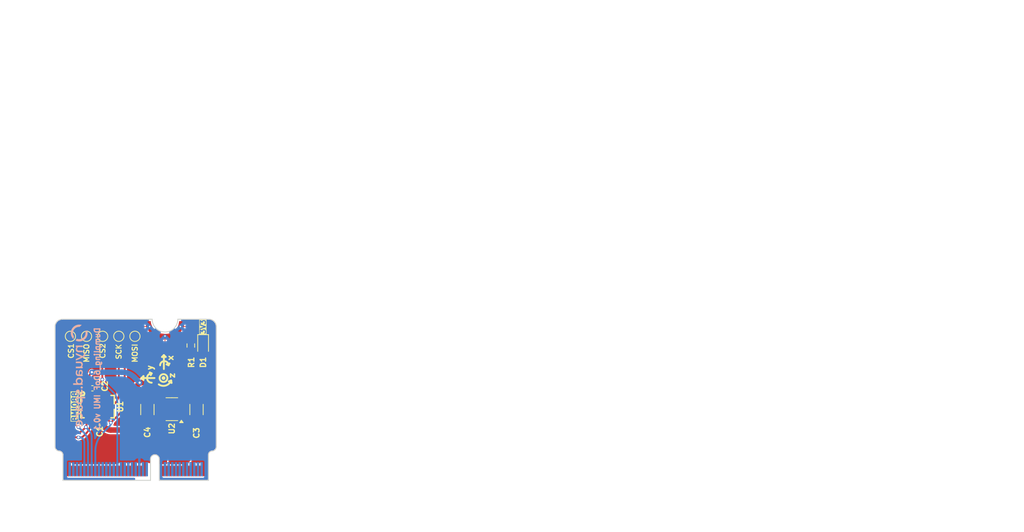
<source format=kicad_pcb>
(kicad_pcb (version 20241229) (generator "pcbnew") (generator_version "9.0")
  (layers (0 "F.Cu" signal "Top") (2 "B.Cu" signal "Bottom") (13 "F.Paste" user) (15 "B.Paste" user) (5 "F.SilkS" user "F.Silkscreen") (7 "B.SilkS" user "B.Silkscreen") (1 "F.Mask" user) (3 "B.Mask" user) (25 "Edge.Cuts" user))
  (net 0 "")
  (net 1 "+3V3")
  (net 2 "GND")
  (net 3 "VIN")
  (net 4 "BMI088_CS_ACCEL")
  (net 5 "BMI088_CS_GYRO")
  (net 6 "Net-(D1-A)")
  (net 8 "/CAN-RX")
  (net 9 "/AUD_BCLK")
  (net 10 "/UART_TX2")
  (net 12 "+5V")
  (net 13 "BMI088_MISO")
  (net 14 "/CAN-TX")
  (net 15 "/PWM1")
  (net 16 "/G0")
  (net 17 "/USB_D+")
  (net 18 "/SWDIO")
  (net 19 "/SPI_CIPO-LED_CLK")
  (net 20 "/G7")
  (net 21 "/USBHOST_D-")
  (net 22 "/I2C_SCL1")
  (net 23 "/A0")
  (net 24 "/AUD_MCLK")
  (net 25 "BMI088_MOSI")
  (net 26 "/3.3V_EN")
  (net 27 "/G9-CAM_HSYNC")
  (net 28 "/UART_RTS1")
  (net 29 "/AUD_IN-CAM_PCLK")
  (net 30 "BMI088_INT3_GYRO")
  (net 31 "/AUD_OUT-CAM_MCLK")
  (net 32 "/UART_RX2")
  (net 33 "/PWM0")
  (net 34 "/SPI_SCK")
  (net 35 "/G11-SWO")
  (net 36 "/G8")
  (net 37 "/SWDCK")
  (net 38 "/AUD_LRCLK")
  (net 40 "/I2C_SDA1")
  (net 41 "/UART_CTS1")
  (net 42 "/USBHOST_D+")
  (net 43 "/V_USB")
  (net 44 "/SDIO_DATA2")
  (net 45 "/BATT_VIN")
  (net 46 "/RTC_3V_BATT")
  (net 47 "/USB_D-")
  (net 48 "/SDIO_DATA3-~{SPI_CS1}")
  (net 49 "/D0")
  (net 50 "BMI088_SCK")
  (net 51 "/SPI_COPI-LED_DAT")
  (net 52 "BMI088_INT1_ACCEL")
  (net 54 "/I2C_~{INT}")
  (net 55 "/G10-CAM_VSYNC")
  (net 56 "BMI088_pwr_cyc")
  (net 57 "/~{SPI_CS}")
  (net 58 "/G6")
  (net 59 "/A1")
  (net 60 "/D1-CAM_TRIG")
  (net 61 "/G5")
  (net 63 "BMI088_INT2_ACCEL")
  (net 64 "BMI088_INT4_GYRO")
  (footprint "SparkFun_MicroMod_ESP32:M.2-CARD-E-22" (layer "F.Cu") (at 148.5011 114.365617)
    (property "Reference" "J1" (hide yes))
    (property "Value" "MICROMOD-2222" (hide yes))
    (fp_line (start 1.9 -21) (end 1 -21) (stroke (width 0.1016)) (layer "F.Cu"))
    (fp_line (start 1.9 -21) (end 1.9 -19.9) (stroke (width 0.1016)) (layer "F.Cu"))
    (fp_line (start 4 -19.7) (end 4 -19) (stroke (width 0.1016)) (layer "F.Cu"))
    (fp_line (start 6.1 -21) (end 6.1 -19.9) (stroke (width 0.1016)) (layer "F.Cu"))
    (fp_line (start 6.1 -21) (end 7 -21) (stroke (width 0.1016)) (layer "F.Cu"))
    (fp_poly (pts (xy 1.25 -21.75) (xy 2.05 -21.75) (xy 2.08842 -21.461827) (xy 2.171447 -21.183213) (xy 2.297037 -20.921017) (xy 2.462097 -20.681696) (xy 2.662563 -20.471142) (xy 2.893499 -20.29454) (xy 3.149218 -20.156239) (xy 3.423424 -20.059644) (xy 4 -20) (xy 4.290635 -20.007133) (xy 4.576576 -20.059644) (xy 4.850782 -20.156239) (xy 5.106501 -20.29454) (xy 5.337437 -20.471142) (xy 5.537903 -20.681696) (xy 5.702963 -20.921017) (xy 5.828553 -21.183213) (xy 5.95 -21.75) (xy 6.75 -21.75) (xy 6.686952 -21.386065) (xy 6.576451 -21.033626) (xy 6.420427 -20.698842) (xy 6.221608 -20.387564) (xy 5.983467 -20.10523) (xy 5.710166 -19.856774) (xy 5.40648 -19.646539) (xy 5.077718 -19.478197) (xy 4.729623 -19.354691) (xy 4.368279 -19.27818) (xy 4 -19.25) (xy 3.630811 -19.275627) (xy 3.268334 -19.35024) (xy 2.919037 -19.472506) (xy 2.589157 -19.640244) (xy 2.284581 -19.85046) (xy 2.010746 -20.099401) (xy 1.77254 -20.382623) (xy 1.574215 -20.695072) (xy 1.419311 -21.031169)) (fill yes) (layer "F.Cu"))
    (pad "1" smd rect (at 9.25 -1.275 180) (size 0.35 1.45) (layers "F.Cu" "F.Mask") (net 2 "GND"))
    (pad "2" smd rect (at 9 -1.525) (size 0.35 1.95) (layers "B.Cu" "B.Mask") (net 1 "+3V3"))
    (pad "3" smd rect (at 8.75 -1.275 180) (size 0.35 1.45) (layers "F.Cu" "F.Mask") (net 17 "/USB_D+"))
    (pad "4" smd rect (at 8.5 -1.525) (size 0.35 1.95) (layers "B.Cu" "B.Mask") (net 26 "/3.3V_EN"))
    (pad "5" smd rect (at 8.25 -1.275 180) (size 0.35 1.45) (layers "F.Cu" "F.Mask") (net 47 "/USB_D-"))
    (pad "6" smd rect (at 8 -1.525) (size 0.35 1.95) (layers "B.Cu" "B.Mask") (net 12 "+5V"))
    (pad "7" smd rect (at 7.75 -1.275 180) (size 0.35 1.45) (layers "F.Cu" "F.Mask") (net 2 "GND"))
    (pad "8" smd rect (at 7.5 -1.525) (size 0.35 1.95) (layers "B.Cu" "B.Mask") (net 35 "/G11-SWO"))
    (pad "9" smd rect (at 7.25 -1.275 180) (size 0.35 1.45) (layers "F.Cu" "F.Mask") (net 43 "/V_USB"))
    (pad "10" smd rect (at 7 -1.525) (size 0.35 1.95) (layers "B.Cu" "B.Mask") (net 49 "/D0"))
    (pad "11" smd rect (at 6.75 -1.275 180) (size 0.35 1.45) (layers "F.Cu" "F.Mask") (net 3 "VIN"))
    (pad "12" smd rect (at 6.5 -1.525) (size 0.35 1.95) (layers "B.Cu" "B.Mask"))
    (pad "13" smd rect (at 6.25 -1.275 180) (size 0.35 1.45) (layers "F.Cu" "F.Mask") (net 28 "/UART_RTS1"))
    (pad "14" smd rect (at 6 -1.525) (size 0.35 1.95) (layers "B.Cu" "B.Mask"))
    (pad "15" smd rect (at 5.75 -1.275 180) (size 0.35 1.45) (layers "F.Cu" "F.Mask") (net 41 "/UART_CTS1"))
    (pad "16" smd rect (at 5.5 -1.525) (size 0.35 1.95) (layers "B.Cu" "B.Mask") (net 54 "/I2C_~{INT}"))
    (pad "17" smd rect (at 5.25 -1.275 180) (size 0.35 1.45) (layers "F.Cu" "F.Mask"))
    (pad "18" smd rect (at 5 -1.525) (size 0.35 1.95) (layers "B.Cu" "B.Mask") (net 60 "/D1-CAM_TRIG"))
    (pad "19" smd rect (at 4.75 -1.275 180) (size 0.35 1.45) (layers "F.Cu" "F.Mask"))
    (pad "20" smd rect (at 4.5 -1.525) (size 0.35 1.95) (layers "B.Cu" "B.Mask") (net 32 "/UART_RX2"))
    (pad "21" smd rect (at 4.25 -1.275 180) (size 0.35 1.45) (layers "F.Cu" "F.Mask") (net 37 "/SWDCK"))
    (pad "22" smd rect (at 4 -1.525) (size 0.35 1.95) (layers "B.Cu" "B.Mask") (net 10 "/UART_TX2"))
    (pad "23" smd rect (at 3.75 -1.275 180) (size 0.35 1.45) (layers "F.Cu" "F.Mask") (net 18 "/SWDIO"))
    (pad "32" smd rect (at 1.5 -1.525) (size 0.35 1.95) (layers "B.Cu" "B.Mask") (net 33 "/PWM0"))
    (pad "33" smd rect (at 1.25 -1.275 180) (size 0.35 1.45) (layers "F.Cu" "F.Mask") (net 2 "GND"))
    (pad "34" smd rect (at 1 -1.525) (size 0.35 1.95) (layers "B.Cu" "B.Mask") (net 23 "/A0"))
    (pad "35" smd rect (at 0.75 -1.275 180) (size 0.35 1.45) (layers "F.Cu" "F.Mask") (net 42 "/USBHOST_D+"))
    (pad "36" smd rect (at 0.5 -1.525) (size 0.35 1.95) (layers "B.Cu" "B.Mask") (net 2 "GND"))
    (pad "37" smd rect (at 0.25 -1.275 180) (size 0.35 1.45) (layers "F.Cu" "F.Mask") (net 21 "/USBHOST_D-"))
    (pad "38" smd rect (at 0 -1.525) (size 0.35 1.95) (layers "B.Cu" "B.Mask") (net 59 "/A1"))
    (pad "39" smd rect (at -0.25 -1.275 180) (size 0.35 1.45) (layers "F.Cu" "F.Mask") (net 2 "GND"))
    (pad "40" smd rect (at -0.5 -1.525) (size 0.35 1.95) (layers "B.Cu" "B.Mask") (net 16 "/G0"))
    (pad "41" smd rect (at -0.75 -1.275 180) (size 0.35 1.45) (layers "F.Cu" "F.Mask") (net 8 "/CAN-RX"))
    (pad "42" smd rect (at -1 -1.525) (size 0.35 1.95) (layers "B.Cu" "B.Mask") (net 56 "BMI088_pwr_cyc"))
    (pad "43" smd rect (at -1.25 -1.275 180) (size 0.35 1.45) (layers "F.Cu" "F.Mask") (net 14 "/CAN-TX"))
    (pad "44" smd rect (at -1.5 -1.525) (size 0.35 1.95) (layers "B.Cu" "B.Mask") (net 52 "BMI088_INT1_ACCEL"))
    (pad "45" smd rect (at -1.75 -1.275 180) (size 0.35 1.45) (layers "F.Cu" "F.Mask") (net 2 "GND"))
    (pad "46" smd rect (at -2 -1.525) (size 0.35 1.95) (layers "B.Cu" "B.Mask") (net 30 "BMI088_INT3_GYRO"))
    (pad "47" smd rect (at -2.25 -1.275 180) (size 0.35 1.45) (layers "F.Cu" "F.Mask") (net 15 "/PWM1"))
    (pad "48" smd rect (at -2.5 -1.525) (size 0.35 1.95) (layers "B.Cu" "B.Mask") (net 5 "BMI088_CS_GYRO"))
    (pad "49" smd rect (at -2.75 -1.275 180) (size 0.35 1.45) (layers "F.Cu" "F.Mask") (net 45 "/BATT_VIN"))
    (pad "50" smd rect (at -3 -1.525) (size 0.35 1.95) (layers "B.Cu" "B.Mask") (net 9 "/AUD_BCLK"))
    (pad "51" smd rect (at -3.25 -1.275 180) (size 0.35 1.45) (layers "F.Cu" "F.Mask") (net 40 "/I2C_SDA1"))
    (pad "52" smd rect (at -3.5 -1.525) (size 0.35 1.95) (layers "B.Cu" "B.Mask") (net 38 "/AUD_LRCLK"))
    (pad "53" smd rect (at -3.75 -1.275 180) (size 0.35 1.45) (layers "F.Cu" "F.Mask") (net 22 "/I2C_SCL1"))
    (pad "54" smd rect (at -4 -1.525) (size 0.35 1.95) (layers "B.Cu" "B.Mask") (net 29 "/AUD_IN-CAM_PCLK"))
    (pad "55" smd rect (at -4.25 -1.275 180) (size 0.35 1.45) (layers "F.Cu" "F.Mask") (net 57 "/~{SPI_CS}"))
    (pad "56" smd rect (at -4.5 -1.525) (size 0.35 1.95) (layers "B.Cu" "B.Mask") (net 31 "/AUD_OUT-CAM_MCLK"))
    (pad "57" smd rect (at -4.75 -1.275 180) (size 0.35 1.45) (layers "F.Cu" "F.Mask") (net 34 "/SPI_SCK"))
    (pad "58" smd rect (at -5 -1.525) (size 0.35 1.95) (layers "B.Cu" "B.Mask") (net 24 "/AUD_MCLK"))
    (pad "59" smd rect (at -5.25 -1.275 180) (size 0.35 1.45) (layers "F.Cu" "F.Mask") (net 51 "/SPI_COPI-LED_DAT"))
    (pad "60" smd rect (at -5.5 -1.525) (size 0.35 1.95) (layers "B.Cu" "B.Mask") (net 25 "BMI088_MOSI"))
    (pad "61" smd rect (at -5.75 -1.275 180) (size 0.35 1.45) (layers "F.Cu" "F.Mask") (net 19 "/SPI_CIPO-LED_CLK"))
    (pad "62" smd rect (at -6 -1.525) (size 0.35 1.95) (layers "B.Cu" "B.Mask") (net 13 "BMI088_MISO"))
    (pad "63" smd rect (at -6.25 -1.275 180) (size 0.35 1.45) (layers "F.Cu" "F.Mask") (net 55 "/G10-CAM_VSYNC"))
    (pad "64" smd rect (at -6.5 -1.525) (size 0.35 1.95) (layers "B.Cu" "B.Mask") (net 50 "BMI088_SCK"))
    (pad "65" smd rect (at -6.75 -1.275 180) (size 0.35 1.45) (layers "F.Cu" "F.Mask") (net 27 "/G9-CAM_HSYNC"))
    (pad "66" smd rect (at -7 -1.525) (size 0.35 1.95) (layers "B.Cu" "B.Mask") (net 4 "BMI088_CS_ACCEL"))
    (pad "67" smd rect (at -7.25 -1.275 180) (size 0.35 1.45) (layers "F.Cu" "F.Mask") (net 36 "/G8"))
    (pad "68" smd rect (at -7.5 -1.525) (size 0.35 1.95) (layers "B.Cu" "B.Mask") (net 44 "/SDIO_DATA2"))
    (pad "69" smd rect (at -7.75 -1.275 180) (size 0.35 1.45) (layers "F.Cu" "F.Mask") (net 20 "/G7"))
    (pad "70" smd rect (at -8 -1.525) (size 0.35 1.95) (layers "B.Cu" "B.Mask") (net 48 "/SDIO_DATA3-~{SPI_CS1}"))
    (pad "71" smd rect (at -8.25 -1.275 180) (size 0.35 1.45) (layers "F.Cu" "F.Mask") (net 58 "/G6"))
    (pad "72" smd rect (at -8.5 -1.525) (size 0.35 1.95) (layers "B.Cu" "B.Mask") (net 46 "/RTC_3V_BATT"))
    (pad "73" smd rect (at -8.75 -1.275 180) (size 0.35 1.45) (layers "F.Cu" "F.Mask") (net 61 "/G5"))
    (pad "74" smd rect (at -9 -1.525) (size 0.35 1.95) (layers "B.Cu" "B.Mask") (net 1 "+3V3"))
    (pad "75" smd rect (at -9.25 -1.275 180) (size 0.35 1.45) (layers "F.Cu" "F.Mask") (net 2 "GND"))
    (pad "GND1" thru_hole circle (at 1.9 -21) (size 0.454 0.454) (drill 0.2) (layers "*.Cu" "*.Mask") (net 2 "GND"))
    (pad "GND2" thru_hole circle (at 4 -19.7) (size 0.454 0.454) (drill 0.2) (layers "*.Cu" "*.Mask") (net 2 "GND"))
    (pad "GND3" thru_hole circle (at 6.1 -21) (size 0.454 0.454) (drill 0.2) (layers "*.Cu" "*.Mask") (net 2 "GND"))
  )
  (footprint "SparkFun_MicroMod_ESP32:ORDERING_INSTRUCTIONS" (layer "F.Cu") (at 167.9811 62.1)
    (property "Reference" "LOGO1" (hide yes))
    (property "Value" "SPECIAL_INSTRUCTIONS-ORDERING")
  )
  (footprint "SparkFun_MicroMod_ESP32:CREATIVE_COMMONS" (layer "F.Cu") (at 184.4 63.75)
    (property "Reference" "FRAME1" (hide yes))
    (property "Value" "FRAME-LEDGER" (hide yes))
  )
  (footprint "LED_SMD:LED_0603_1608Metric" (layer "F.Cu") (at 157.7 95.9562 -90)
    (property "Reference" "D1" (at 2.3 0 90) (layer "F.SilkS") (effects (font (size 0.75 0.75) (thickness 0.175) (bold yes))))
    (property "Value" "LED")
    (pad "1" smd roundrect (at -0.7875 0 270) (size 0.875 0.95) (layers "F.Cu" "F.Mask" "F.Paste") (net 2 "GND"))
    (pad "2" smd roundrect (at 0.7875 0 270) (size 0.875 0.95) (layers "F.Cu" "F.Mask" "F.Paste") (net 6 "Net-(D1-A)"))
  )
  (footprint "TestPoint:TestPoint_Pad_D1.0mm" (layer "F.Cu") (at 144 94.7 90)
    (property "Reference" "CS2" (at -2 0 270) (layer "F.SilkS") (effects (font (size 0.7 0.7))))
    (property "Value" "SPI3")
    (pad "1" smd circle (at 0 0 90) (size 1 1) (layers "F.Cu" "F.Mask") (net 5 "BMI088_CS_GYRO"))
  )
  (footprint "BMI088:LGA-16_L4.5-W3.0-P0.50-BL" (layer "F.Cu") (at 143.3 104.3 -90)
    (property "Reference" "U1" (at 0 -3.1 90) (layer "F.SilkS") (effects (font (size 0.75 0.75) (thickness 0.175) (bold yes))))
    (property "Value" "BMI088")
    (pad "1" smd rect (at -1.199898 1.497841) (size 0.250013 0.8) (layers "F.Cu" "F.Mask" "F.Paste") (net 63 "BMI088_INT2_ACCEL"))
    (pad "2" smd rect (at -1.199898 0.997968) (size 0.250013 0.8) (layers "F.Cu" "F.Mask" "F.Paste"))
    (pad "3" smd rect (at -1.199898 0.497841) (size 0.250013 0.8) (layers "F.Cu" "F.Mask" "F.Paste") (net 1 "+3V3"))
    (pad "4" smd rect (at -1.199898 -0.002032) (size 0.250013 0.8) (layers "F.Cu" "F.Mask" "F.Paste") (net 2 "GND"))
    (pad "5" smd rect (at -1.199898 -0.502159) (size 0.250013 0.8) (layers "F.Cu" "F.Mask" "F.Paste") (net 5 "BMI088_CS_GYRO"))
    (pad "6" smd rect (at -1.199898 -1.002032) (size 0.250013 0.8) (layers "F.Cu" "F.Mask" "F.Paste") (net 2 "GND"))
    (pad "7" smd rect (at -1.199898 -1.502159) (size 0.250013 0.8) (layers "F.Cu" "F.Mask" "F.Paste"))
    (pad "8" smd rect (at 0 -1.91491 90) (size 0.250013 0.8) (layers "F.Cu" "F.Mask" "F.Paste") (net 50 "BMI088_SCK"))
    (pad "9" smd rect (at 1.199898 -1.502159 180) (size 0.250013 0.8) (layers "F.Cu" "F.Mask" "F.Paste") (net 25 "BMI088_MOSI"))
    (pad "10" smd rect (at 1.199898 -1.002032 180) (size 0.250013 0.8) (layers "F.Cu" "F.Mask" "F.Paste") (net 13 "BMI088_MISO"))
    (pad "11" smd rect (at 1.199898 -0.502159 180) (size 0.250013 0.8) (layers "F.Cu" "F.Mask" "F.Paste") (net 1 "+3V3"))
    (pad "12" smd rect (at 1.199898 -0.002032 180) (size 0.250013 0.8) (layers "F.Cu" "F.Mask" "F.Paste") (net 30 "BMI088_INT3_GYRO"))
    (pad "13" smd rect (at 1.199898 0.497841 180) (size 0.250013 0.8) (layers "F.Cu" "F.Mask" "F.Paste") (net 64 "BMI088_INT4_GYRO"))
    (pad "14" smd rect (at 1.199898 0.997968 180) (size 0.250013 0.8) (layers "F.Cu" "F.Mask" "F.Paste") (net 4 "BMI088_CS_ACCEL"))
    (pad "15" smd rect (at 1.199898 1.497841 180) (size 0.250013 0.8) (layers "F.Cu" "F.Mask" "F.Paste") (net 13 "BMI088_MISO"))
    (pad "16" smd rect (at 0 1.91491 270) (size 0.250013 0.8) (layers "F.Cu" "F.Mask" "F.Paste") (net 52 "BMI088_INT1_ACCEL"))
  )
  (footprint "TestPoint:TestPoint_Pad_D1.0mm" (layer "F.Cu") (at 146.2 94.7 90)
    (property "Reference" "SCK" (at -2.1 0 90) (layer "F.SilkS") (effects (font (size 0.7 0.7))))
    (property "Value" "SPI3")
    (pad "1" smd circle (at 0 0 90) (size 1 1) (layers "F.Cu" "F.Mask") (net 50 "BMI088_SCK"))
  )
  (footprint "Package_TO_SOT_SMD:SOT-23-5" (layer "F.Cu") (at 153.4375 104.65 180)
    (property "Reference" "U2" (at 0 -2.65 90) (layer "F.SilkS") (effects (font (size 0.75 0.75) (thickness 0.175) (bold yes))))
    (property "Value" "AP2112K-3.3")
    (pad "1" smd roundrect (at -1.1375 -0.95 180) (size 1.325 0.6) (layers "F.Cu" "F.Mask" "F.Paste") (net 3 "VIN"))
    (pad "2" smd roundrect (at -1.1375 0 180) (size 1.325 0.6) (layers "F.Cu" "F.Mask" "F.Paste") (net 2 "GND"))
    (pad "3" smd roundrect (at -1.1375 0.95 180) (size 1.325 0.6) (layers "F.Cu" "F.Mask" "F.Paste") (net 3 "VIN"))
    (pad "4" smd roundrect (at 1.1375 0.95 180) (size 1.325 0.6) (layers "F.Cu" "F.Mask" "F.Paste"))
    (pad "5" smd roundrect (at 1.1375 -0.95 180) (size 1.325 0.6) (layers "F.Cu" "F.Mask" "F.Paste") (net 1 "+3V3"))
  )
  (footprint "TestPoint:TestPoint_Pad_D1.0mm" (layer "F.Cu") (at 141.8 94.7)
    (property "Reference" "MISO" (at 0 2.3 90) (layer "F.SilkS") (effects (font (size 0.7 0.7))))
    (property "Value" "SPI3")
    (pad "1" smd circle (at 0 0) (size 1 1) (layers "F.Cu" "F.Mask") (net 13 "BMI088_MISO"))
  )
  (footprint "Resistor_SMD:R_0603_1608Metric" (layer "F.Cu") (at 156.0262 95.9562 -90)
    (property "Reference" "R1" (at 2.3 -0.0738 270) (layer "F.SilkS") (effects (font (size 0.75 0.75) (thickness 0.175) (bold yes))))
    (property "Value" "10k")
    (pad "1" smd roundrect (at -0.825 0 270) (size 0.8 0.95) (layers "F.Cu" "F.Mask" "F.Paste") (net 1 "+3V3"))
    (pad "2" smd roundrect (at 0.825 0 270) (size 0.8 0.95) (layers "F.Cu" "F.Mask" "F.Paste") (net 6 "Net-(D1-A)"))
  )
  (footprint "Capacitor_SMD:C_0402_1005Metric" (layer "F.Cu") (at 142.6 101.8)
    (property "Reference" "C2" (at 1.7 -0.3 90) (layer "F.SilkS") (effects (font (size 0.75 0.75) (thickness 0.175) (bold yes))))
    (property "Value" "100n")
    (pad "1" smd roundrect (at -0.48 0) (size 0.56 0.62) (layers "F.Cu" "F.Mask" "F.Paste") (net 1 "+3V3"))
    (pad "2" smd roundrect (at 0.48 0) (size 0.56 0.62) (layers "F.Cu" "F.Mask" "F.Paste") (net 2 "GND"))
  )
  (footprint "TestPoint:TestPoint_Pad_D1.0mm" (layer "F.Cu") (at 139.6 94.7)
    (property "Reference" "CS1" (at 0.1 2 90) (layer "F.SilkS") (effects (font (size 0.7 0.7))))
    (property "Value" "SPI3")
    (pad "1" smd circle (at 0 0) (size 1 1) (layers "F.Cu" "F.Mask") (net 4 "BMI088_CS_ACCEL"))
  )
  (footprint "Capacitor_SMD:C_1206_3216Metric" (layer "F.Cu") (at 156.8 104.7 90)
    (property "Reference" "C3" (at -3.2 0 90) (layer "F.SilkS") (effects (font (size 0.75 0.75) (thickness 0.175) (bold yes))))
    (property "Value" "10u")
    (pad "1" smd roundrect (at -1.475 0 90) (size 1.15 1.8) (layers "F.Cu" "F.Mask" "F.Paste") (roundrect_rratio 0.217391) (net 3 "VIN"))
    (pad "2" smd roundrect (at 1.475 0 90) (size 1.15 1.8) (layers "F.Cu" "F.Mask" "F.Paste") (roundrect_rratio 0.217391) (net 2 "GND"))
  )
  (footprint "Capacitor_SMD:C_1206_3216Metric" (layer "F.Cu") (at 150.1 104.7 90)
    (property "Reference" "C4" (at -3.1 0 90) (layer "F.SilkS") (effects (font (size 0.75 0.75) (thickness 0.175) (bold yes))))
    (property "Value" "10u")
    (pad "1" smd roundrect (at -1.475 0 90) (size 1.15 1.8) (layers "F.Cu" "F.Mask" "F.Paste") (roundrect_rratio 0.217391) (net 1 "+3V3"))
    (pad "2" smd roundrect (at 1.475 0 90) (size 1.15 1.8) (layers "F.Cu" "F.Mask" "F.Paste") (roundrect_rratio 0.217391) (net 2 "GND"))
  )
  (footprint "TestPoint:TestPoint_Pad_D1.0mm" (layer "F.Cu") (at 148.4 94.7 90)
    (property "Reference" "MOSI" (at -2.3 0 90) (layer "F.SilkS") (effects (font (size 0.7 0.7))))
    (property "Value" "SPI3")
    (pad "1" smd circle (at 0 0 90) (size 1 1) (layers "F.Cu" "F.Mask") (net 25 "BMI088_MOSI"))
  )
  (footprint "Capacitor_SMD:C_0402_1005Metric" (layer "F.Cu") (at 143.6 106.5 180)
    (property "Reference" "C1" (at 0 -1.2 90) (layer "F.SilkS") (effects (font (size 0.75 0.75) (thickness 0.175) (bold yes))))
    (property "Value" "100n")
    (pad "1" smd roundrect (at -0.48 0 180) (size 0.56 0.62) (layers "F.Cu" "F.Mask" "F.Paste") (net 1 "+3V3"))
    (pad "2" smd roundrect (at 0.48 0 180) (size 0.56 0.62) (layers "F.Cu" "F.Mask" "F.Paste") (net 2 "GND"))
  )
  (footprint "LOGO" (layer "B.Cu") (at 140.8 100.1 -90)
    (property "Reference" "G***" (hide yes))
    (property "Value" "LOGO" (hide yes))
  )
  (gr_line (start 152.347625 97.2631) (end 152.347625 99.1681) (stroke (width 0.254)) (layer "F.SilkS"))
  (gr_arc (start 153.2652 100.854025) (mid 152.553504 101.433281) (end 151.652299 101.260426) (stroke (width 0.254)) (layer "F.SilkS"))
  (gr_line (start 153.0366 100.85085) (end 153.3922 101.057225) (stroke (width 0.254)) (layer "F.SilkS"))
  (gr_arc (start 150.6871 101.031825) (mid 150.0521 100.396825) (end 150.6871 99.761825) (stroke (width 0.254)) (layer "F.SilkS"))
  (gr_line (start 149.2901 100.396825) (end 149.5441 100.142825) (stroke (width 0.254)) (layer "F.SilkS"))
  (gr_line (start 152.982625 98.6601) (end 152.728625 98.5331) (stroke (width 0.254)) (layer "F.SilkS"))
  (gr_line (start 153.344575 100.72385) (end 153.0366 100.85085) (stroke (width 0.254)) (layer "F.SilkS"))
  (gr_line (start 152.601625 97.5171) (end 152.093625 97.5171) (stroke (width 0.254)) (layer "F.SilkS"))
  (gr_line (start 150.6871 99.761825) (end 150.4331 99.634825) (stroke (width 0.254)) (layer "F.SilkS"))
  (gr_line (start 152.347625 97.2631) (end 152.093625 97.5171) (stroke (width 0.254)) (layer "F.SilkS"))
  (gr_line (start 153.109625 98.4061) (end 152.728625 98.5331) (stroke (width 0.254)) (layer "F.SilkS"))
  (gr_line (start 149.5695 100.676225) (end 149.5695 100.117425) (stroke (width 0.254)) (layer "F.SilkS"))
  (gr_line (start 149.2901 100.396825) (end 149.5441 100.650825) (stroke (width 0.254)) (layer "F.SilkS"))
  (gr_line (start 152.347625 97.2631) (end 152.601625 97.5171) (stroke (width 0.254)) (layer "F.SilkS"))
  (gr_line (start 152.982625 98.6601) (end 153.109625 98.4061) (stroke (width 0.254)) (layer "F.SilkS"))
  (gr_line (start 150.5601 99.990425) (end 150.4331 99.634825) (stroke (width 0.254)) (layer "F.SilkS"))
  (gr_line (start 153.344575 100.72385) (end 153.3922 101.057225) (stroke (width 0.254)) (layer "F.SilkS"))
  (gr_line (start 150.6871 99.761825) (end 150.5601 99.990425) (stroke (width 0.254)) (layer "F.SilkS"))
  (gr_line (start 149.2901 100.396825) (end 151.0681 100.396825) (stroke (width 0.254)) (layer "F.SilkS"))
  (gr_circle (center 152.3 100.4) (end 152.3 100.9334) (stroke (width 0.254)) (fill no) (layer "F.SilkS"))
  (gr_arc (start 151.839625 98.6601) (mid 152.411125 98.088616) (end 152.982625 98.6601) (stroke (width 0.254)) (layer "F.SilkS"))
  (gr_circle (center 152.3 100.4) (end 152.3 100.527) (stroke (width 0.254)) (fill no) (layer "F.SilkS"))
  (gr_line (start 158.4261 114.365617) (end 151.7261 114.365617) (stroke (width 0.127)) (layer "Edge.Cuts"))
  (gr_line (start 150.5261 111.465617) (end 150.5261 114.365617) (stroke (width 0.127)) (layer "Edge.Cuts"))
  (gr_line (start 138.5761 114.365617) (end 138.5761 110.865617) (stroke (width 0.127)) (layer "Edge.Cuts"))
  (gr_arc (start 138.1011 110.365617) (mid 138.434341 110.524663) (end 138.5761 110.865618) (stroke (width 0.127)) (layer "Edge.Cuts"))
  (gr_arc (start 137.5011 93.365617) (mid 137.8011 92.665618) (end 138.501099 92.365618) (stroke (width 0.127)) (layer "Edge.Cuts"))
  (gr_arc (start 159.501099 109.765618) (mid 159.320461 110.184979) (end 158.9011 110.365617) (stroke (width 0.127)) (layer "Edge.Cuts"))
  (gr_line (start 137.5011 93.365617) (end 137.5011 109.765617) (stroke (width 0.127)) (layer "Edge.Cuts"))
  (gr_line (start 159.5011 93.365617) (end 159.5011 109.765617) (stroke (width 0.127)) (layer "Edge.Cuts"))
  (gr_arc (start 154.2511 92.365617) (mid 152.5011 94.115617) (end 150.7511 92.365617) (stroke (width 0.127)) (layer "Edge.Cuts"))
  (gr_arc (start 158.4261 110.865617) (mid 158.566444 110.523319) (end 158.9011 110.365617) (stroke (width 0.127)) (layer "Edge.Cuts"))
  (gr_arc (start 150.5261 111.465617) (mid 151.1261 110.865617) (end 151.7261 111.465617) (stroke (width 0.127)) (layer "Edge.Cuts"))
  (gr_line (start 158.4261 110.865617) (end 158.4261 114.365617) (stroke (width 0.127)) (layer "Edge.Cuts"))
  (gr_line (start 150.7511 92.365617) (end 138.5011 92.365617) (stroke (width 0.127)) (layer "Edge.Cuts"))
  (gr_line (start 151.7261 111.465617) (end 151.7261 114.365617) (stroke (width 0.127)) (layer "Edge.Cuts"))
  (gr_arc (start 138.101098 110.365617) (mid 137.681737 110.184978) (end 137.5011 109.765617) (stroke (width 0.127)) (layer "Edge.Cuts"))
  (gr_line (start 158.5011 92.365617) (end 154.2511 92.365617) (stroke (width 0.127)) (layer "Edge.Cuts"))
  (gr_arc (start 158.5011 92.365617) (mid 159.2011 92.665617) (end 159.5011 93.365617) (stroke (width 0.127)) (layer "Edge.Cuts"))
  (gr_line (start 138.5761 114.365617) (end 150.5261 114.365617) (stroke (width 0.127)) (layer "Edge.Cuts"))
  (gr_text "y" (at 150.9 99.4 90) (layer "F.SilkS") (effects (font (size 0.8 0.8) (thickness 0.1905)) (justify left bottom)))
  (gr_text "3V3" (at 157.7 93.4 90) (layer "F.SilkS" knockout) (effects (font (size 0.7 0.7) (thickness 0.15) (bold yes))))
  (gr_text "x" (at 153.7 98.1 90) (layer "F.SilkS") (effects (font (size 0.8 0.8) (thickness 0.1905)) (justify left bottom)))
  (gr_text "z" (at 153.9 100.5 90) (layer "F.SilkS") (effects (font (size 0.8 0.8) (thickness 0.1905)) (justify left bottom)))
  (gr_text "BMI088" (at 140.2 104.3 90) (layer "F.SilkS" knockout) (effects (font (size 0.75 0.75) (thickness 0.175) (bold yes))))
  (gr_text "Dumpling_6DoF IMU v0.1" (at 143.7 93.4 90) (layer "B.SilkS") (effects (font (size 0.75 0.75) (thickness 0.175) (bold yes)) (justify left bottom mirror)))
  (segment (start 142.2 101.663431) (end 142.2 100.156516) (width 0.25) (layer "F.Cu") (net 1))
  (segment (start 148.737132 107.5) (end 148.2 107.5) (width 0.75) (layer "F.Cu") (net 1))
  (segment (start 148.2 107.5) (end 146.9 107.5) (width 0.75) (layer "F.Cu") (net 1))
  (segment (start 149.075735 107.5) (end 148.962867 107.5) (width 0.75) (layer "F.Cu") (net 1))
  (segment (start 144.08 106.6975) (end 144.08 106.696463) (width 0.75) (layer "F.Cu") (net 1))
  (segment (start 150.28125 106.175) (end 151.318413 106.175) (width 0.75) (layer "F.Cu") (net 1))
  (segment (start 148.962867 107.5) (end 148.737132 107.5) (width 0.75) (layer "F.Cu") (net 1))
  (segment (start 155.136373 95.363625) (end 149.62174 100.878259) (width 0.75) (layer "F.Cu") (net 1))
  (segment (start 149.8 107.2) (end 149.843673 107.156326) (width 0.75) (layer "F.Cu") (net 1))
  (segment (start 152.0125 105.8875) (end 152.3 105.6) (width 0.75) (layer "F.Cu") (net 1))
  (segment (start 142.588245 102.281149) (end 142.124562 101.817466) (width 0.25) (layer "F.Cu") (net 1))
  (segment (start 144.3825 107.1975) (end 144.219653 107.034653) (width 0.75) (layer "F.Cu") (net 1))
  (segment (start 142.124562 101.795437) (end 142.16 101.76) (width 0.25) (layer "F.Cu") (net 1))
  (segment (start 143.802159 106.025695) (end 143.802159 105.499898) (width 0.25) (layer "F.Cu") (net 1))
  (segment (start 150.1 106.35625) (end 150.1 106.5375) (width 0.75) (layer "F.Cu") (net 1))
  (segment (start 142.802159 102.797582) (end 142.802159 103.100102) (width 0.25) (layer "F.Cu") (net 1))
  (segment (start 149.260003 101.028096) (end 149.048103 101.028096) (width 0.75) (layer "F.Cu") (net 1))
  (segment (start 145.112799 107.5) (end 146.9 107.5) (width 0.75) (layer "F.Cu") (net 1))
  (segment (start 142.526 99.6) (end 142.363 99.763) (width 0.25) (layer "F.Cu") (net 1))
  (segment (start 149.971836 106.046836) (end 149.048103 105.123103) (width 0.75) (layer "F.Cu") (net 1))
  (segment (start 142.526 99.6) (end 142.42 99.706) (width 0.25) (layer "F.Cu") (net 1))
  (segment (start 155.6975 95.1312) (end 156.0262 95.1312) (width 0.75) (layer "F.Cu") (net 1))
  (via (at 142.526 99.6) (size 0.5) (drill 0.3) (layers "F.Cu" "B.Cu") (net 1))
  (via (at 149.048103 101.028096) (size 0.5) (drill 0.3) (layers "F.Cu" "B.Cu") (net 1))
  (arc (start 149.62174 100.878259) (mid 149.455773 100.989154) (end 149.260003 101.028096) (width 0.75) (layer "F.Cu") (net 1))
  (arc (start 148.2 103.0756) (mid 148.420414 104.1837) (end 149.048103 105.123103) (width 0.75) (layer "F.Cu") (net 1))
  (arc (start 155.6975 95.1312) (mid 155.39382 95.191605) (end 155.136373 95.363625) (width 0.75) (layer "F.Cu") (net 1))
  (arc (start 142.2 101.663431) (mid 142.189604 101.715693) (end 142.16 101.76) (width 0.25) (layer "F.Cu") (net 1))
  (arc (start 142.124562 101.795437) (mid 142.121185 101.80049) (end 142.12 101.806452) (width 0.25) (layer "F.Cu") (net 1))
  (arc (start 144.219653 107.034653) (mid 144.116294 106.879966) (end 144.08 106.6975) (width 0.75) (layer "F.Cu") (net 1))
  (arc (start 150.1 106.5375) (mid 150.033382 106.872406) (end 149.843673 107.156326) (width 0.75) (layer "F.Cu") (net 1))
  (arc (start 149.075735 107.5) (mid 149.467704 107.422032) (end 149.8 107.2) (width 0.75) (layer "F.Cu") (net 1))
  (arc (start 143.802159 106.025695) (mid 143.838263 106.207203) (end 143.941079 106.361079) (width 0.25) (layer "F.Cu") (net 1))
  (arc (start 142.363 99.763) (mid 142.242362 99.943546) (end 142.2 100.156516) (width 0.25) (layer "F.Cu") (net 1))
  (arc (start 152.0125 105.8875) (mid 151.69405 106.100281) (end 151.318413 106.175) (width 0.75) (layer "F.Cu") (net 1))
  (arc (start 144.3825 107.1975) (mid 144.717564 107.421382) (end 145.112799 107.5) (width 0.75) (layer "F.Cu") (net 1))
  (arc (start 150.1 106.35625) (mid 150.066691 106.188796) (end 149.971836 106.046836) (width 0.75) (layer "F.Cu") (net 1))
  (arc (start 150.28125 106.175) (mid 150.153086 106.228086) (end 150.1 106.35625) (width 0.75) (layer "F.Cu") (net 1))
  (arc (start 143.941079 106.361079) (mid 144.043895 106.514954) (end 144.08 106.696463) (width 0.25) (layer "F.Cu") (net 1))
  (arc (start 149.971836 106.046836) (mid 150.113796 106.141691) (end 150.28125 106.175) (width 0.75) (layer "F.Cu") (net 1))
  (arc (start 148.2 103.0756) (mid 148.420414 101.967498) (end 149.048103 101.028096) (width 0.75) (layer "F.Cu") (net 1))
  (arc (start 142.588245 102.281149) (mid 142.746564 102.51809) (end 142.802159 102.797582) (width 0.25) (layer "F.Cu") (net 1))
  (arc (start 142.12 101.806452) (mid 142.121185 101.812412) (end 142.124562 101.817466) (width 0.25) (layer "F.Cu") (net 1))
  (segment (start 149.048103 101.028096) (end 148.334055 100.314048) (width 0.75) (layer "B.Cu") (net 1))
  (segment (start 146.61019 99.6) (end 142.526 99.6) (width 0.75) (layer "B.Cu") (net 1))
  (arc (start 148.334055 100.314048) (mid 147.543139 99.785575) (end 146.61019 99.6) (width 0.75) (layer "B.Cu") (net 1))
  (segment (start 143.191016 101.911016) (end 143.08 101.8) (width 0.25) (layer "F.Cu") (net 2))
  (segment (start 155.657842 104.367157) (end 156.8 103.225) (width 0.75) (layer "F.Cu") (net 2))
  (segment (start 143.302032 102.179032) (end 143.302032 103.100102) (width 0.25) (layer "F.Cu") (net 2))
  (segment (start 154.975 104.65) (end 154.575 104.65) (width 0.75) (layer "F.Cu") (net 2))
  (arc (start 143.191016 101.911016) (mid 143.273179 102.033982) (end 143.302032 102.179032) (width 0.25) (layer "F.Cu") (net 2))
  (arc (start 154.975 104.65) (mid 155.344551 104.576491) (end 155.657842 104.367157) (width 0.75) (layer "F.Cu") (net 2))
  (segment (start 154.182842 103.7) (end 154.575 103.7) (width 0.25) (layer "F.Cu") (net 3))
  (segment (start 153.5 104.382842) (end 153.5 104.917157) (width 0.25) (layer "F.Cu") (net 3))
  (segment (start 155.818413 105.6) (end 155.1416 105.6) (width 0.75) (layer "F.Cu") (net 3))
  (segment (start 156.5125 105.8875) (end 156.8 106.175) (width 0.75) (layer "F.Cu") (net 3))
  (segment (start 155.1416 105.6) (end 154.575 105.6) (width 0.75) (layer "F.Cu") (net 3))
  (segment (start 154.182842 105.6) (end 154.575 105.6) (width 0.25) (layer "F.Cu") (net 3))
  (segment (start 154.575 105.6) (end 154.2917 105.6) (width 0.75) (layer "F.Cu") (net 3))
  (arc (start 153.5 104.917157) (mid 153.551978 105.178469) (end 153.7 105.4) (width 0.25) (layer "F.Cu") (net 3))
  (arc (start 156.5125 105.8875) (mid 156.19405 105.674718) (end 155.818413 105.6) (width 0.75) (layer "F.Cu") (net 3))
  (arc (start 153.7 105.4) (mid 153.921529 105.548021) (end 154.182842 105.6) (width 0.25) (layer "F.Cu") (net 3))
  (arc (start 153.7 103.9) (mid 153.551978 104.121529) (end 153.5 104.382842) (width 0.25) (layer "F.Cu") (net 3))
  (arc (start 154.182842 103.7) (mid 153.921529 103.751978) (end 153.7 103.9) (width 0.25) (layer "F.Cu") (net 3))
  (segment (start 140.003481 108.318066) (end 139.592707 107.907292) (width 0.25) (layer "F.Cu") (net 4))
  (segment (start 139 103.324264) (end 139 106.47637) (width 0.25) (layer "F.Cu") (net 4))
  (segment (start 141.376776 108.323223) (end 141.751016 107.948984) (width 0.25) (layer "F.Cu") (net 4))
  (segment (start 140.442707 108.5) (end 140.7 108.5) (width 0.25) (layer "F.Cu") (net 4))
  (segment (start 139.6 101.875735) (end 139.6 94.7) (width 0.25) (layer "F.Cu") (net 4))
  (segment (start 142.302032 106.618713) (end 142.302032 105.499898) (width 0.25) (layer "F.Cu") (net 4))
  (segment (start 140.7 108.5) (end 140.95 108.5) (width 0.25) (layer "F.Cu") (net 4))
  (via (at 140.7 108.5) (size 0.5) (drill 0.3) (layers "F.Cu" "B.Cu") (net 4))
  (arc (start 139.3 102.6) (mid 139.522032 102.267704) (end 139.6 101.875735) (width 0.25) (layer "F.Cu") (net 4))
  (arc (start 139.592707 107.907292) (mid 139.154039 107.250779) (end 139 106.47637) (width 0.25) (layer "F.Cu") (net 4))
  (arc (start 140.442707 108.5) (mid 140.204999 108.452716) (end 140.003481 108.318066) (width 0.25) (layer "F.Cu") (net 4))
  (arc (start 139 103.324264) (mid 139.077967 102.932295) (end 139.3 102.6) (width 0.25) (layer "F.Cu") (net 4))
  (arc (start 142.302032 106.618713) (mid 142.158827 107.33865) (end 141.751016 107.948984) (width 0.25) (layer "F.Cu") (net 4))
  (arc (start 141.376776 108.323223) (mid 141.180969 108.454057) (end 140.95 108.5) (width 0.25) (layer "F.Cu") (net 4))
  (segment (start 140.7 108.5) (end 140.9 108.5) (width 0.25) (layer "B.Cu") (net 4))
  (segment (start 141.30055 108.70055) (end 141.241421 108.641421) (width 0.25) (layer "B.Cu") (net 4))
  (segment (start 141.5011 109.18472) (end 141.5011 112.840617) (width 0.25) (layer "B.Cu") (net 4))
  (arc (start 141.241421 108.641421) (mid 141.084775 108.536754) (end 140.9 108.5) (width 0.25) (layer "B.Cu") (net 4))
  (arc (start 141.5011 109.18472) (mid 141.448978 108.922689) (end 141.30055 108.70055) (width 0.25) (layer "B.Cu") (net 4))
  (segment (start 143.9775 94.7225) (end 144 94.7) (width 0.25) (layer "F.Cu") (net 5))
  (segment (start 143.955 100.6) (end 143.955 94.776819) (width 0.25) (layer "F.Cu") (net 5))
  (segment (start 143.802159 100.860915) (end 143.802159 103.100102) (width 0.25) (layer "F.Cu") (net 5))
  (segment (start 143.955 100.6) (end 143.878579 100.67642) (width 0.25) (layer "F.Cu") (net 5))
  (via (at 143.955 100.6) (size 0.5) (drill 0.3) (layers "F.Cu" "B.Cu") (net 5))
  (arc (start 143.878579 100.67642) (mid 143.822019 100.761067) (end 143.802159 100.860915) (width 0.25) (layer "F.Cu") (net 5))
  (arc (start 143.9775 94.7225) (mid 143.960847 94.747421) (end 143.955 94.776819) (width 0.25) (layer "F.Cu") (net 5))
  (segment (start 143.955 100.6) (end 143.955 100.7275) (width 0.25) (layer "B.Cu") (net 5))
  (segment (start 146.0011 103.750405) (end 146.0011 112.840617) (width 0.25) (layer "B.Cu") (net 5))
  (segment (start 144.045156 100.945156) (end 145.40055 102.30055) (width 0.25) (layer "B.Cu") (net 5))
  (arc (start 143.955 100.7275) (mid 143.97843 100.845294) (end 144.045156 100.945156) (width 0.25) (layer "B.Cu") (net 5))
  (arc (start 145.40055 102.30055) (mid 145.845022 102.965749) (end 146.0011 103.750405) (width 0.25) (layer "B.Cu") (net 5))
  (segment (start 157.625399 96.7) (end 156.0262 96.7) (width 0.75) (layer "F.Cu") (net 6))
  (segment (start 141.802159 105.156192) (end 141.802159 105.498371) (width 0.25) (layer "F.Cu") (net 13))
  (segment (start 140.4 97.089949) (end 140.4 102.234314) (width 0.25) (layer "F.Cu") (net 13))
  (segment (start 140.245672 107.602966) (end 140.021353 107.378647) (width 0.25) (layer "F.Cu") (net 13))
  (segment (start 139.6 106.36141) (end 139.6 104.165685) (width 0.25) (layer "F.Cu") (net 13))
  (segment (start 141.1 95.4) (end 141.8 94.7) (width 0.25) (layer "F.Cu") (net 13))
  (segment (start 142.184453 104.773898) (end 143.912582 104.773898) (width 0.25) (layer "F.Cu") (net 13))
  (segment (start 141.75 106.95) (end 141.7 107) (width 0.25) (layer "F.Cu") (net 13))
  (segment (start 141.7 107.1) (end 141.197033 107.602966) (width 0.25) (layer "F.Cu") (net 13))
  (segment (start 141.8 105.503583) (end 141.8 106.829289) (width 0.25) (layer "F.Cu") (net 13))
  (segment (start 144.302032 105.163347) (end 144.302032 105.499898) (width 0.25) (layer "F.Cu") (net 13))
  (via (at 141.7 107.1) (size 0.5) (drill 0.3) (layers "F.Cu" "B.Cu") (net 13))
  (arc (start 140 103.2) (mid 140.296043 102.756939) (end 140.4 102.234314) (width 0.25) (layer "F.Cu") (net 13))
  (arc (start 141.8 105.503583) (mid 141.80028 105.502172) (end 141.801079 105.500977) (width 0.25) (layer "F.Cu") (net 13))
  (arc (start 140 103.2) (mid 139.703956 103.64306) (end 139.6 104.165685) (width 0.25) (layer "F.Cu") (net 13))
  (arc (start 140.721353 107.8) (mid 140.978789 107.748792) (end 141.197033 107.602966) (width 0.25) (layer "F.Cu") (net 13))
  (arc (start 141.75 106.95) (mid 141.787005 106.894617) (end 141.8 106.829289) (width 0.25) (layer "F.Cu") (net 13))
  (arc (start 141.91413 104.885869) (mid 141.831259 105.009894) (end 141.802159 105.156192) (width 0.25) (layer "F.Cu") (net 13))
  (arc (start 140.4 97.089949) (mid 140.581924 96.175355) (end 141.1 95.4) (width 0.25) (layer "F.Cu") (net 13))
  (arc (start 140.721353 107.8) (mid 140.463916 107.748792) (end 140.245672 107.602966) (width 0.25) (layer "F.Cu") (net 13))
  (arc (start 141.801079 105.500977) (mid 141.801878 105.499781) (end 141.802159 105.498371) (width 0.25) (layer "F.Cu") (net 13))
  (arc (start 143.912582 104.773898) (mid 144.061618 104.803543) (end 144.187965 104.887965) (width 0.25) (layer "F.Cu") (net 13))
  (arc (start 141.91413 104.885869) (mid 142.038155 104.802998) (end 142.184453 104.773898) (width 0.25) (layer "F.Cu") (net 13))
  (arc (start 139.6 106.36141) (mid 139.709506 106.911934) (end 140.021353 107.378647) (width 0.25) (layer "F.Cu") (net 13))
  (arc (start 144.302032 105.163347) (mid 144.272386 105.014311) (end 144.187965 104.887965) (width 0.25) (layer "F.Cu") (net 13))
  (segment (start 142.15055 107.55055) (end 141.8 107.2) (width 0.25) (layer "B.Cu") (net 13))
  (segment (start 142.5011 108.396852) (end 142.5011 112.840617) (width 0.25) (layer "B.Cu") (net 13))
  (arc (start 142.15055 107.55055) (mid 142.409995 107.938836) (end 142.5011 108.396852) (width 0.25) (layer "B.Cu") (net 13))
  (segment (start 144.951079 106.351079) (end 145.1 106.5) (width 0.25) (layer "F.Cu") (net 25))
  (segment (start 147 97.089949) (end 147 103.256497) (width 0.25) (layer "F.Cu") (net 25))
  (segment (start 146.05 105.55) (end 145.1 106.5) (width 0.25) (layer "F.Cu") (net 25))
  (segment (start 147.7 95.4) (end 148.4 94.7) (width 0.25) (layer "F.Cu") (net 25))
  (segment (start 144.802159 105.991553) (end 144.802159 105.499898) (width 0.25) (layer "F.Cu") (net 25))
  (via (at 145.1 106.5) (size 0.5) (drill 0.3) (layers "F.Cu" "B.Cu") (net 25))
  (arc (start 147.7 95.4) (mid 147.181924 96.175355) (end 147 97.089949) (width 0.25) (layer "F.Cu") (net 25))
  (arc (start 144.951079 106.351079) (mid 144.840862 106.186127) (end 144.802159 105.991553) (width 0.25) (layer "F.Cu") (net 25))
  (arc (start 146.05 105.55) (mid 146.753103 104.497731) (end 147 103.256497) (width 0.25) (layer "F.Cu") (net 25))
  (segment (start 143.0011 110.383046) (end 143.0011 112.840617) (width 0.25) (layer "B.Cu") (net 25))
  (segment (start 144.993933 106.906066) (end 144.05055 107.84945) (width 0.25) (layer "B.Cu") (net 25))
  (segment (start 145.1 106.65) (end 145.1 106.5) (width 0.25) (layer "B.Cu") (net 25))
  (arc (start 144.05055 107.84945) (mid 143.273843 109.011873) (end 143.0011 110.383046) (width 0.25) (layer "B.Cu") (net 25))
  (arc (start 144.993933 106.906066) (mid 145.072434 106.788581) (end 145.1 106.65) (width 0.25) (layer "B.Cu") (net 25))
  (segment (start 140.7 107.1) (end 140.45 106.85) (width 0.25) (layer "F.Cu") (net 50))
  (segment (start 145.707455 103.807455) (end 145.21491 104.3) (width 0.25) (layer "F.Cu") (net 50))
  (segment (start 146.2 102.618346) (end 146.2 94.7) (width 0.25) (layer "F.Cu") (net 50))
  (segment (start 141.140626 103.848994) (end 144.444994 103.848994) (width 0.25) (layer "F.Cu") (net 50))
  (segment (start 140.2 106.246446) (end 140.2 104.78962) (width 0.25) (layer "F.Cu") (net 50))
  (segment (start 145.21491 104.3) (end 144.989407 104.074497) (width 0.25) (layer "F.Cu") (net 50))
  (via (at 140.7 107.1) (size 0.5) (drill 0.3) (layers "F.Cu" "B.Cu") (net 50))
  (arc (start 140.2 106.246446) (mid 140.264972 106.573087) (end 140.45 106.85) (width 0.25) (layer "F.Cu") (net 50))
  (arc (start 140.475503 104.124497) (mid 140.2716 104.429658) (end 140.2 104.78962) (width 0.25) (layer "F.Cu") (net 50))
  (arc (start 146.2 102.618346) (mid 146.071991 103.261887) (end 145.707455 103.807455) (width 0.25) (layer "F.Cu") (net 50))
  (arc (start 140.475503 104.124497) (mid 140.780664 103.920594) (end 141.140626 103.848994) (width 0.25) (layer "F.Cu") (net 50))
  (arc (start 144.989407 104.074497) (mid 144.739628 103.9076) (end 144.444994 103.848994) (width 0.25) (layer "F.Cu") (net 50))
  (segment (start 140.7 107.1) (end 141.35055 107.75055) (width 0.25) (layer "B.Cu") (net 50))
  (segment (start 142.0011 109.321116) (end 142.0011 112.840617) (width 0.25) (layer "B.Cu") (net 50))
  (arc (start 142.0011 109.321116) (mid 141.832027 108.471131) (end 141.35055 107.75055) (width 0.25) (layer "B.Cu") (net 50))
  (zone (net 3) (net_name "VIN") (layer "F.Cu") (priority 5) (connect_pads yes (clearance 0.2)) (min_thickness 0.25) (fill yes (thermal_gap 0.5) (thermal_bridge_width 0.5))
    (polygon (pts (xy 153.1 103.3) (xy 157.7 103.3) (xy 157.7 108.913273) (xy 155.200001 112.8) (xy 152.982716 112.8)))
  )
  (zone (net 2) (net_name "GND") (layers "F.Cu" "B.Cu") (priority 1) (connect_pads (clearance 0.2)) (min_thickness 0.25) (fill yes (thermal_gap 0.5) (thermal_bridge_width 0.5))
    (polygon (pts (xy 136.7 91.8) (xy 160.3 91.8) (xy 160.3 115.1) (xy 136.9 115.1)))
  )
)
</source>
